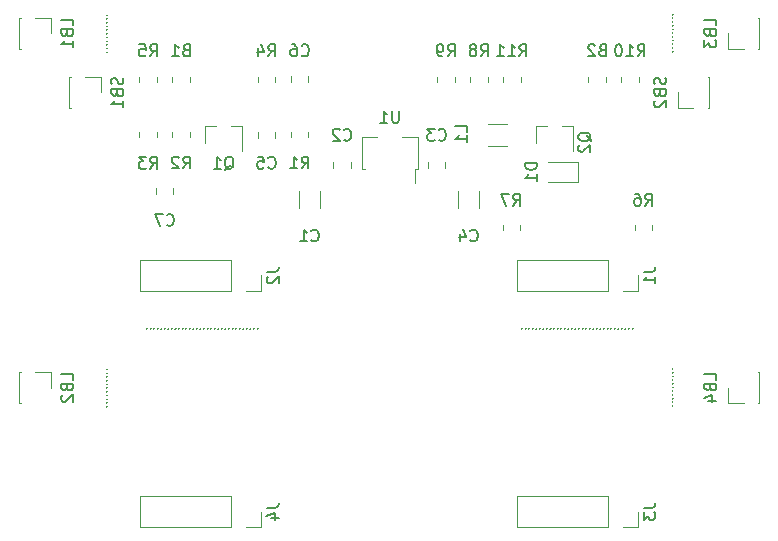
<source format=gbo>
G04 #@! TF.GenerationSoftware,KiCad,Pcbnew,(5.1.10)-1*
G04 #@! TF.CreationDate,2021-05-31T21:43:59-04:00*
G04 #@! TF.ProjectId,C64-Composite-Modulator,4336342d-436f-46d7-906f-736974652d4d,1*
G04 #@! TF.SameCoordinates,Original*
G04 #@! TF.FileFunction,Legend,Bot*
G04 #@! TF.FilePolarity,Positive*
%FSLAX46Y46*%
G04 Gerber Fmt 4.6, Leading zero omitted, Abs format (unit mm)*
G04 Created by KiCad (PCBNEW (5.1.10)-1) date 2021-05-31 21:43:59*
%MOMM*%
%LPD*%
G01*
G04 APERTURE LIST*
%ADD10C,0.152400*%
%ADD11C,0.120000*%
%ADD12C,0.150000*%
%ADD13R,1.700000X1.700000*%
%ADD14O,1.700000X1.700000*%
%ADD15C,3.616000*%
%ADD16C,2.550000*%
%ADD17C,1.200000*%
%ADD18O,1.308000X2.616000*%
%ADD19O,2.616000X1.308000*%
%ADD20R,1.000000X1.000000*%
%ADD21R,0.500000X0.500000*%
%ADD22R,0.800000X0.900000*%
%ADD23C,1.440000*%
%ADD24R,0.900000X1.300000*%
G04 APERTURE END LIST*
D10*
X116897000Y-90649378D02*
G75*
G03*
X116897000Y-90649378I-50000J0D01*
G01*
X116897000Y-89394614D02*
G75*
G03*
X116897000Y-89394614I-50000J0D01*
G01*
X116897000Y-90335687D02*
G75*
G03*
X116897000Y-90335687I-50000J0D01*
G01*
X116897000Y-90021996D02*
G75*
G03*
X116897000Y-90021996I-50000J0D01*
G01*
X116897000Y-88767232D02*
G75*
G03*
X116897000Y-88767232I-50000J0D01*
G01*
X116897000Y-91590451D02*
G75*
G03*
X116897000Y-91590451I-50000J0D01*
G01*
X116897000Y-89708305D02*
G75*
G03*
X116897000Y-89708305I-50000J0D01*
G01*
X116897000Y-91276760D02*
G75*
G03*
X116897000Y-91276760I-50000J0D01*
G01*
X116897000Y-89080923D02*
G75*
G03*
X116897000Y-89080923I-50000J0D01*
G01*
X116897000Y-90963069D02*
G75*
G03*
X116897000Y-90963069I-50000J0D01*
G01*
X116897000Y-88453541D02*
G75*
G03*
X116897000Y-88453541I-50000J0D01*
G01*
X164797000Y-88717232D02*
G75*
G03*
X164797000Y-88717232I-50000J0D01*
G01*
X164797000Y-89658305D02*
G75*
G03*
X164797000Y-89658305I-50000J0D01*
G01*
X164797000Y-89344614D02*
G75*
G03*
X164797000Y-89344614I-50000J0D01*
G01*
X164797000Y-90913069D02*
G75*
G03*
X164797000Y-90913069I-50000J0D01*
G01*
X164797000Y-90599378D02*
G75*
G03*
X164797000Y-90599378I-50000J0D01*
G01*
X164797000Y-91226760D02*
G75*
G03*
X164797000Y-91226760I-50000J0D01*
G01*
X164797000Y-90285687D02*
G75*
G03*
X164797000Y-90285687I-50000J0D01*
G01*
X164797000Y-89030923D02*
G75*
G03*
X164797000Y-89030923I-50000J0D01*
G01*
X164797000Y-91540451D02*
G75*
G03*
X164797000Y-91540451I-50000J0D01*
G01*
X164797000Y-89971996D02*
G75*
G03*
X164797000Y-89971996I-50000J0D01*
G01*
X164797000Y-88403541D02*
G75*
G03*
X164797000Y-88403541I-50000J0D01*
G01*
X127538550Y-114997000D02*
G75*
G03*
X127538550Y-114997000I-50000J0D01*
G01*
X128444394Y-114997000D02*
G75*
G03*
X128444394Y-114997000I-50000J0D01*
G01*
X128746342Y-114997000D02*
G75*
G03*
X128746342Y-114997000I-50000J0D01*
G01*
X124217122Y-114997000D02*
G75*
G03*
X124217122Y-114997000I-50000J0D01*
G01*
X120593746Y-114997000D02*
G75*
G03*
X120593746Y-114997000I-50000J0D01*
G01*
X123009330Y-114997000D02*
G75*
G03*
X123009330Y-114997000I-50000J0D01*
G01*
X125122966Y-114997000D02*
G75*
G03*
X125122966Y-114997000I-50000J0D01*
G01*
X122103486Y-114997000D02*
G75*
G03*
X122103486Y-114997000I-50000J0D01*
G01*
X120895694Y-114997000D02*
G75*
G03*
X120895694Y-114997000I-50000J0D01*
G01*
X127236602Y-114997000D02*
G75*
G03*
X127236602Y-114997000I-50000J0D01*
G01*
X126632706Y-114997000D02*
G75*
G03*
X126632706Y-114997000I-50000J0D01*
G01*
X129048290Y-114997000D02*
G75*
G03*
X129048290Y-114997000I-50000J0D01*
G01*
X126934654Y-114997000D02*
G75*
G03*
X126934654Y-114997000I-50000J0D01*
G01*
X127840498Y-114997000D02*
G75*
G03*
X127840498Y-114997000I-50000J0D01*
G01*
X123311278Y-114997000D02*
G75*
G03*
X123311278Y-114997000I-50000J0D01*
G01*
X123915174Y-114997000D02*
G75*
G03*
X123915174Y-114997000I-50000J0D01*
G01*
X129652186Y-114997000D02*
G75*
G03*
X129652186Y-114997000I-50000J0D01*
G01*
X121499590Y-114997000D02*
G75*
G03*
X121499590Y-114997000I-50000J0D01*
G01*
X122707382Y-114997000D02*
G75*
G03*
X122707382Y-114997000I-50000J0D01*
G01*
X126028810Y-114997000D02*
G75*
G03*
X126028810Y-114997000I-50000J0D01*
G01*
X124519070Y-114997000D02*
G75*
G03*
X124519070Y-114997000I-50000J0D01*
G01*
X123613226Y-114997000D02*
G75*
G03*
X123613226Y-114997000I-50000J0D01*
G01*
X128142446Y-114997000D02*
G75*
G03*
X128142446Y-114997000I-50000J0D01*
G01*
X125424914Y-114997000D02*
G75*
G03*
X125424914Y-114997000I-50000J0D01*
G01*
X122405434Y-114997000D02*
G75*
G03*
X122405434Y-114997000I-50000J0D01*
G01*
X121801538Y-114997000D02*
G75*
G03*
X121801538Y-114997000I-50000J0D01*
G01*
X129350238Y-114997000D02*
G75*
G03*
X129350238Y-114997000I-50000J0D01*
G01*
X121197642Y-114997000D02*
G75*
G03*
X121197642Y-114997000I-50000J0D01*
G01*
X120291798Y-114997000D02*
G75*
G03*
X120291798Y-114997000I-50000J0D01*
G01*
X125726862Y-114997000D02*
G75*
G03*
X125726862Y-114997000I-50000J0D01*
G01*
X126330758Y-114997000D02*
G75*
G03*
X126330758Y-114997000I-50000J0D01*
G01*
X124821018Y-114997000D02*
G75*
G03*
X124821018Y-114997000I-50000J0D01*
G01*
X161402186Y-114997000D02*
G75*
G03*
X161402186Y-114997000I-50000J0D01*
G01*
X158986602Y-114997000D02*
G75*
G03*
X158986602Y-114997000I-50000J0D01*
G01*
X155967122Y-114997000D02*
G75*
G03*
X155967122Y-114997000I-50000J0D01*
G01*
X161100238Y-114997000D02*
G75*
G03*
X161100238Y-114997000I-50000J0D01*
G01*
X157174914Y-114997000D02*
G75*
G03*
X157174914Y-114997000I-50000J0D01*
G01*
X156269070Y-114997000D02*
G75*
G03*
X156269070Y-114997000I-50000J0D01*
G01*
X155363226Y-114997000D02*
G75*
G03*
X155363226Y-114997000I-50000J0D01*
G01*
X159892446Y-114997000D02*
G75*
G03*
X159892446Y-114997000I-50000J0D01*
G01*
X160496342Y-114997000D02*
G75*
G03*
X160496342Y-114997000I-50000J0D01*
G01*
X159288550Y-114997000D02*
G75*
G03*
X159288550Y-114997000I-50000J0D01*
G01*
X116897000Y-120963069D02*
G75*
G03*
X116897000Y-120963069I-50000J0D01*
G01*
X164797000Y-120913069D02*
G75*
G03*
X164797000Y-120913069I-50000J0D01*
G01*
X116897000Y-118453541D02*
G75*
G03*
X116897000Y-118453541I-50000J0D01*
G01*
X164797000Y-119030923D02*
G75*
G03*
X164797000Y-119030923I-50000J0D01*
G01*
X164797000Y-119344614D02*
G75*
G03*
X164797000Y-119344614I-50000J0D01*
G01*
X164797000Y-119658305D02*
G75*
G03*
X164797000Y-119658305I-50000J0D01*
G01*
X116897000Y-120021996D02*
G75*
G03*
X116897000Y-120021996I-50000J0D01*
G01*
X116897000Y-118767232D02*
G75*
G03*
X116897000Y-118767232I-50000J0D01*
G01*
X164797000Y-120285687D02*
G75*
G03*
X164797000Y-120285687I-50000J0D01*
G01*
X164797000Y-121226760D02*
G75*
G03*
X164797000Y-121226760I-50000J0D01*
G01*
X164797000Y-120599378D02*
G75*
G03*
X164797000Y-120599378I-50000J0D01*
G01*
X116897000Y-119708305D02*
G75*
G03*
X116897000Y-119708305I-50000J0D01*
G01*
X164797000Y-121540451D02*
G75*
G03*
X164797000Y-121540451I-50000J0D01*
G01*
X164797000Y-118403541D02*
G75*
G03*
X164797000Y-118403541I-50000J0D01*
G01*
X116897000Y-119394614D02*
G75*
G03*
X116897000Y-119394614I-50000J0D01*
G01*
X164797000Y-119971996D02*
G75*
G03*
X164797000Y-119971996I-50000J0D01*
G01*
X164797000Y-118717232D02*
G75*
G03*
X164797000Y-118717232I-50000J0D01*
G01*
X116897000Y-120649378D02*
G75*
G03*
X116897000Y-120649378I-50000J0D01*
G01*
X116897000Y-120335687D02*
G75*
G03*
X116897000Y-120335687I-50000J0D01*
G01*
X116897000Y-121590451D02*
G75*
G03*
X116897000Y-121590451I-50000J0D01*
G01*
X116897000Y-119080923D02*
G75*
G03*
X116897000Y-119080923I-50000J0D01*
G01*
X116897000Y-121276760D02*
G75*
G03*
X116897000Y-121276760I-50000J0D01*
G01*
X157476862Y-114997000D02*
G75*
G03*
X157476862Y-114997000I-50000J0D01*
G01*
X160194394Y-114997000D02*
G75*
G03*
X160194394Y-114997000I-50000J0D01*
G01*
X156571018Y-114997000D02*
G75*
G03*
X156571018Y-114997000I-50000J0D01*
G01*
X152947642Y-114997000D02*
G75*
G03*
X152947642Y-114997000I-50000J0D01*
G01*
X154759330Y-114997000D02*
G75*
G03*
X154759330Y-114997000I-50000J0D01*
G01*
X158382706Y-114997000D02*
G75*
G03*
X158382706Y-114997000I-50000J0D01*
G01*
X153853486Y-114997000D02*
G75*
G03*
X153853486Y-114997000I-50000J0D01*
G01*
X155061278Y-114997000D02*
G75*
G03*
X155061278Y-114997000I-50000J0D01*
G01*
X160798290Y-114997000D02*
G75*
G03*
X160798290Y-114997000I-50000J0D01*
G01*
X153249590Y-114997000D02*
G75*
G03*
X153249590Y-114997000I-50000J0D01*
G01*
X157778810Y-114997000D02*
G75*
G03*
X157778810Y-114997000I-50000J0D01*
G01*
X152343746Y-114997000D02*
G75*
G03*
X152343746Y-114997000I-50000J0D01*
G01*
X153551538Y-114997000D02*
G75*
G03*
X153551538Y-114997000I-50000J0D01*
G01*
X152041798Y-114997000D02*
G75*
G03*
X152041798Y-114997000I-50000J0D01*
G01*
X155665174Y-114997000D02*
G75*
G03*
X155665174Y-114997000I-50000J0D01*
G01*
X158684654Y-114997000D02*
G75*
G03*
X158684654Y-114997000I-50000J0D01*
G01*
X159590498Y-114997000D02*
G75*
G03*
X159590498Y-114997000I-50000J0D01*
G01*
X158080758Y-114997000D02*
G75*
G03*
X158080758Y-114997000I-50000J0D01*
G01*
X154155434Y-114997000D02*
G75*
G03*
X154155434Y-114997000I-50000J0D01*
G01*
X154457382Y-114997000D02*
G75*
G03*
X154457382Y-114997000I-50000J0D01*
G01*
X156872966Y-114997000D02*
G75*
G03*
X156872966Y-114997000I-50000J0D01*
G01*
X152645694Y-114997000D02*
G75*
G03*
X152645694Y-114997000I-50000J0D01*
G01*
D11*
X165217000Y-94997000D02*
X165217000Y-96327000D01*
X165217000Y-96327000D02*
X166547000Y-96327000D01*
X167757000Y-96327000D02*
X167877000Y-96327000D01*
X167757000Y-93667000D02*
X167877000Y-93667000D01*
X167877000Y-93667000D02*
X167877000Y-96327000D01*
X116377000Y-94997000D02*
X116377000Y-93667000D01*
X116377000Y-93667000D02*
X115047000Y-93667000D01*
X113837000Y-93667000D02*
X113717000Y-93667000D01*
X113837000Y-96327000D02*
X113717000Y-96327000D01*
X113717000Y-96327000D02*
X113717000Y-93667000D01*
X169467000Y-119997000D02*
X169467000Y-121327000D01*
X169467000Y-121327000D02*
X170797000Y-121327000D01*
X172007000Y-121327000D02*
X172127000Y-121327000D01*
X172007000Y-118667000D02*
X172127000Y-118667000D01*
X172127000Y-118667000D02*
X172127000Y-121327000D01*
X169467000Y-89997000D02*
X169467000Y-91327000D01*
X169467000Y-91327000D02*
X170797000Y-91327000D01*
X172007000Y-91327000D02*
X172127000Y-91327000D01*
X172007000Y-88667000D02*
X172127000Y-88667000D01*
X172127000Y-88667000D02*
X172127000Y-91327000D01*
X112127000Y-119997000D02*
X112127000Y-118667000D01*
X112127000Y-118667000D02*
X110797000Y-118667000D01*
X109587000Y-118667000D02*
X109467000Y-118667000D01*
X109587000Y-121327000D02*
X109467000Y-121327000D01*
X109467000Y-121327000D02*
X109467000Y-118667000D01*
X129977000Y-131827000D02*
X129977000Y-130497000D01*
X128647000Y-131827000D02*
X129977000Y-131827000D01*
X127377000Y-131827000D02*
X127377000Y-129167000D01*
X127377000Y-129167000D02*
X119697000Y-129167000D01*
X127377000Y-131827000D02*
X119697000Y-131827000D01*
X119697000Y-131827000D02*
X119697000Y-129167000D01*
X129977000Y-111827000D02*
X129977000Y-110497000D01*
X128647000Y-111827000D02*
X129977000Y-111827000D01*
X127377000Y-111827000D02*
X127377000Y-109167000D01*
X127377000Y-109167000D02*
X119697000Y-109167000D01*
X127377000Y-111827000D02*
X119697000Y-111827000D01*
X119697000Y-111827000D02*
X119697000Y-109167000D01*
X161877000Y-111827000D02*
X161877000Y-110497000D01*
X160547000Y-111827000D02*
X161877000Y-111827000D01*
X159277000Y-111827000D02*
X159277000Y-109167000D01*
X159277000Y-109167000D02*
X151597000Y-109167000D01*
X159277000Y-111827000D02*
X151597000Y-111827000D01*
X151597000Y-111827000D02*
X151597000Y-109167000D01*
X112127000Y-89997000D02*
X112127000Y-88667000D01*
X112127000Y-88667000D02*
X110797000Y-88667000D01*
X109587000Y-88667000D02*
X109467000Y-88667000D01*
X109587000Y-91327000D02*
X109467000Y-91327000D01*
X109467000Y-91327000D02*
X109467000Y-88667000D01*
X161877000Y-131827000D02*
X161877000Y-130497000D01*
X160547000Y-131827000D02*
X161877000Y-131827000D01*
X159277000Y-131827000D02*
X159277000Y-129167000D01*
X159277000Y-129167000D02*
X151597000Y-129167000D01*
X159277000Y-131827000D02*
X151597000Y-131827000D01*
X151597000Y-131827000D02*
X151597000Y-129167000D01*
X157655000Y-93667936D02*
X157655000Y-94122064D01*
X159125000Y-93667936D02*
X159125000Y-94122064D01*
X122439000Y-93677936D02*
X122439000Y-94132064D01*
X123909000Y-93677936D02*
X123909000Y-94132064D01*
X121042500Y-103098748D02*
X121042500Y-103621252D01*
X122512500Y-103098748D02*
X122512500Y-103621252D01*
X131125000Y-93687936D02*
X131125000Y-94142064D01*
X129655000Y-93687936D02*
X129655000Y-94142064D01*
X150791242Y-99495000D02*
X149120758Y-99495000D01*
X150791242Y-97675000D02*
X149120758Y-97675000D01*
X161918000Y-93667936D02*
X161918000Y-94122064D01*
X160448000Y-93667936D02*
X160448000Y-94122064D01*
X148410000Y-103329748D02*
X148410000Y-104752252D01*
X146590000Y-103329748D02*
X146590000Y-104752252D01*
X144062000Y-101395252D02*
X144062000Y-100872748D01*
X145532000Y-101395252D02*
X145532000Y-100872748D01*
X161575000Y-106655564D02*
X161575000Y-106201436D01*
X163045000Y-106655564D02*
X163045000Y-106201436D01*
X122439000Y-98812064D02*
X122439000Y-98357936D01*
X123909000Y-98812064D02*
X123909000Y-98357936D01*
X121116000Y-98357936D02*
X121116000Y-98812064D01*
X119646000Y-98357936D02*
X119646000Y-98812064D01*
X149116000Y-93667936D02*
X149116000Y-94122064D01*
X147646000Y-93667936D02*
X147646000Y-94122064D01*
X156789500Y-100870000D02*
X154239500Y-100870000D01*
X156789500Y-102570000D02*
X154239500Y-102570000D01*
X156789500Y-100870000D02*
X156789500Y-102570000D01*
X134948000Y-103329748D02*
X134948000Y-104752252D01*
X133128000Y-103329748D02*
X133128000Y-104752252D01*
X136062000Y-101395252D02*
X136062000Y-100872748D01*
X137532000Y-101395252D02*
X137532000Y-100872748D01*
X153217000Y-97825000D02*
X153217000Y-99285000D01*
X156377000Y-97825000D02*
X156377000Y-99985000D01*
X156377000Y-97825000D02*
X155447000Y-97825000D01*
X153217000Y-97825000D02*
X154147000Y-97825000D01*
X125187000Y-97825000D02*
X125187000Y-99285000D01*
X128347000Y-97825000D02*
X128347000Y-99985000D01*
X128347000Y-97825000D02*
X127417000Y-97825000D01*
X125187000Y-97825000D02*
X126117000Y-97825000D01*
X129655000Y-98846252D02*
X129655000Y-98323748D01*
X131125000Y-98846252D02*
X131125000Y-98323748D01*
X138487000Y-101494000D02*
X138717000Y-101494000D01*
X143207000Y-101494000D02*
X142977000Y-101494000D01*
X143207000Y-101494000D02*
X143207000Y-98774000D01*
X143207000Y-98774000D02*
X141897000Y-98774000D01*
X142977000Y-102634000D02*
X142977000Y-101494000D01*
X138487000Y-98774000D02*
X138487000Y-101494000D01*
X139797000Y-98774000D02*
X138487000Y-98774000D01*
X150439000Y-94122064D02*
X150439000Y-93667936D01*
X151909000Y-94122064D02*
X151909000Y-93667936D01*
X119646000Y-94142064D02*
X119646000Y-93687936D01*
X121116000Y-94142064D02*
X121116000Y-93687936D01*
X132478000Y-94156252D02*
X132478000Y-93633748D01*
X133948000Y-94156252D02*
X133948000Y-93633748D01*
X132478000Y-98812064D02*
X132478000Y-98357936D01*
X133948000Y-98812064D02*
X133948000Y-98357936D01*
X150384500Y-106655564D02*
X150384500Y-106201436D01*
X151854500Y-106655564D02*
X151854500Y-106201436D01*
X144852000Y-94122064D02*
X144852000Y-93667936D01*
X146322000Y-94122064D02*
X146322000Y-93667936D01*
D12*
X164181761Y-93735095D02*
X164229380Y-93877952D01*
X164229380Y-94116047D01*
X164181761Y-94211285D01*
X164134142Y-94258904D01*
X164038904Y-94306523D01*
X163943666Y-94306523D01*
X163848428Y-94258904D01*
X163800809Y-94211285D01*
X163753190Y-94116047D01*
X163705571Y-93925571D01*
X163657952Y-93830333D01*
X163610333Y-93782714D01*
X163515095Y-93735095D01*
X163419857Y-93735095D01*
X163324619Y-93782714D01*
X163277000Y-93830333D01*
X163229380Y-93925571D01*
X163229380Y-94163666D01*
X163277000Y-94306523D01*
X163705571Y-95068428D02*
X163753190Y-95211285D01*
X163800809Y-95258904D01*
X163896047Y-95306523D01*
X164038904Y-95306523D01*
X164134142Y-95258904D01*
X164181761Y-95211285D01*
X164229380Y-95116047D01*
X164229380Y-94735095D01*
X163229380Y-94735095D01*
X163229380Y-95068428D01*
X163277000Y-95163666D01*
X163324619Y-95211285D01*
X163419857Y-95258904D01*
X163515095Y-95258904D01*
X163610333Y-95211285D01*
X163657952Y-95163666D01*
X163705571Y-95068428D01*
X163705571Y-94735095D01*
X163324619Y-95687476D02*
X163277000Y-95735095D01*
X163229380Y-95830333D01*
X163229380Y-96068428D01*
X163277000Y-96163666D01*
X163324619Y-96211285D01*
X163419857Y-96258904D01*
X163515095Y-96258904D01*
X163657952Y-96211285D01*
X164229380Y-95639857D01*
X164229380Y-96258904D01*
X118221761Y-93735095D02*
X118269380Y-93877952D01*
X118269380Y-94116047D01*
X118221761Y-94211285D01*
X118174142Y-94258904D01*
X118078904Y-94306523D01*
X117983666Y-94306523D01*
X117888428Y-94258904D01*
X117840809Y-94211285D01*
X117793190Y-94116047D01*
X117745571Y-93925571D01*
X117697952Y-93830333D01*
X117650333Y-93782714D01*
X117555095Y-93735095D01*
X117459857Y-93735095D01*
X117364619Y-93782714D01*
X117317000Y-93830333D01*
X117269380Y-93925571D01*
X117269380Y-94163666D01*
X117317000Y-94306523D01*
X117745571Y-95068428D02*
X117793190Y-95211285D01*
X117840809Y-95258904D01*
X117936047Y-95306523D01*
X118078904Y-95306523D01*
X118174142Y-95258904D01*
X118221761Y-95211285D01*
X118269380Y-95116047D01*
X118269380Y-94735095D01*
X117269380Y-94735095D01*
X117269380Y-95068428D01*
X117317000Y-95163666D01*
X117364619Y-95211285D01*
X117459857Y-95258904D01*
X117555095Y-95258904D01*
X117650333Y-95211285D01*
X117697952Y-95163666D01*
X117745571Y-95068428D01*
X117745571Y-94735095D01*
X118269380Y-96258904D02*
X118269380Y-95687476D01*
X118269380Y-95973190D02*
X117269380Y-95973190D01*
X117412238Y-95877952D01*
X117507476Y-95782714D01*
X117555095Y-95687476D01*
X168479380Y-119330333D02*
X168479380Y-118854142D01*
X167479380Y-118854142D01*
X167955571Y-119997000D02*
X168003190Y-120139857D01*
X168050809Y-120187476D01*
X168146047Y-120235095D01*
X168288904Y-120235095D01*
X168384142Y-120187476D01*
X168431761Y-120139857D01*
X168479380Y-120044619D01*
X168479380Y-119663666D01*
X167479380Y-119663666D01*
X167479380Y-119997000D01*
X167527000Y-120092238D01*
X167574619Y-120139857D01*
X167669857Y-120187476D01*
X167765095Y-120187476D01*
X167860333Y-120139857D01*
X167907952Y-120092238D01*
X167955571Y-119997000D01*
X167955571Y-119663666D01*
X167812714Y-121092238D02*
X168479380Y-121092238D01*
X167431761Y-120854142D02*
X168146047Y-120616047D01*
X168146047Y-121235095D01*
X168479380Y-89330333D02*
X168479380Y-88854142D01*
X167479380Y-88854142D01*
X167955571Y-89997000D02*
X168003190Y-90139857D01*
X168050809Y-90187476D01*
X168146047Y-90235095D01*
X168288904Y-90235095D01*
X168384142Y-90187476D01*
X168431761Y-90139857D01*
X168479380Y-90044619D01*
X168479380Y-89663666D01*
X167479380Y-89663666D01*
X167479380Y-89997000D01*
X167527000Y-90092238D01*
X167574619Y-90139857D01*
X167669857Y-90187476D01*
X167765095Y-90187476D01*
X167860333Y-90139857D01*
X167907952Y-90092238D01*
X167955571Y-89997000D01*
X167955571Y-89663666D01*
X167479380Y-90568428D02*
X167479380Y-91187476D01*
X167860333Y-90854142D01*
X167860333Y-90997000D01*
X167907952Y-91092238D01*
X167955571Y-91139857D01*
X168050809Y-91187476D01*
X168288904Y-91187476D01*
X168384142Y-91139857D01*
X168431761Y-91092238D01*
X168479380Y-90997000D01*
X168479380Y-90711285D01*
X168431761Y-90616047D01*
X168384142Y-90568428D01*
X114019380Y-119330333D02*
X114019380Y-118854142D01*
X113019380Y-118854142D01*
X113495571Y-119997000D02*
X113543190Y-120139857D01*
X113590809Y-120187476D01*
X113686047Y-120235095D01*
X113828904Y-120235095D01*
X113924142Y-120187476D01*
X113971761Y-120139857D01*
X114019380Y-120044619D01*
X114019380Y-119663666D01*
X113019380Y-119663666D01*
X113019380Y-119997000D01*
X113067000Y-120092238D01*
X113114619Y-120139857D01*
X113209857Y-120187476D01*
X113305095Y-120187476D01*
X113400333Y-120139857D01*
X113447952Y-120092238D01*
X113495571Y-119997000D01*
X113495571Y-119663666D01*
X113114619Y-120616047D02*
X113067000Y-120663666D01*
X113019380Y-120758904D01*
X113019380Y-120997000D01*
X113067000Y-121092238D01*
X113114619Y-121139857D01*
X113209857Y-121187476D01*
X113305095Y-121187476D01*
X113447952Y-121139857D01*
X114019380Y-120568428D01*
X114019380Y-121187476D01*
X130429380Y-130163666D02*
X131143666Y-130163666D01*
X131286523Y-130116047D01*
X131381761Y-130020809D01*
X131429380Y-129877952D01*
X131429380Y-129782714D01*
X130762714Y-131068428D02*
X131429380Y-131068428D01*
X130381761Y-130830333D02*
X131096047Y-130592238D01*
X131096047Y-131211285D01*
X130429380Y-110163666D02*
X131143666Y-110163666D01*
X131286523Y-110116047D01*
X131381761Y-110020809D01*
X131429380Y-109877952D01*
X131429380Y-109782714D01*
X130524619Y-110592238D02*
X130477000Y-110639857D01*
X130429380Y-110735095D01*
X130429380Y-110973190D01*
X130477000Y-111068428D01*
X130524619Y-111116047D01*
X130619857Y-111163666D01*
X130715095Y-111163666D01*
X130857952Y-111116047D01*
X131429380Y-110544619D01*
X131429380Y-111163666D01*
X162329380Y-110163666D02*
X163043666Y-110163666D01*
X163186523Y-110116047D01*
X163281761Y-110020809D01*
X163329380Y-109877952D01*
X163329380Y-109782714D01*
X163329380Y-111163666D02*
X163329380Y-110592238D01*
X163329380Y-110877952D02*
X162329380Y-110877952D01*
X162472238Y-110782714D01*
X162567476Y-110687476D01*
X162615095Y-110592238D01*
X114019380Y-89330333D02*
X114019380Y-88854142D01*
X113019380Y-88854142D01*
X113495571Y-89997000D02*
X113543190Y-90139857D01*
X113590809Y-90187476D01*
X113686047Y-90235095D01*
X113828904Y-90235095D01*
X113924142Y-90187476D01*
X113971761Y-90139857D01*
X114019380Y-90044619D01*
X114019380Y-89663666D01*
X113019380Y-89663666D01*
X113019380Y-89997000D01*
X113067000Y-90092238D01*
X113114619Y-90139857D01*
X113209857Y-90187476D01*
X113305095Y-90187476D01*
X113400333Y-90139857D01*
X113447952Y-90092238D01*
X113495571Y-89997000D01*
X113495571Y-89663666D01*
X114019380Y-91187476D02*
X114019380Y-90616047D01*
X114019380Y-90901761D02*
X113019380Y-90901761D01*
X113162238Y-90806523D01*
X113257476Y-90711285D01*
X113305095Y-90616047D01*
X162329380Y-130163666D02*
X163043666Y-130163666D01*
X163186523Y-130116047D01*
X163281761Y-130020809D01*
X163329380Y-129877952D01*
X163329380Y-129782714D01*
X162329380Y-130544619D02*
X162329380Y-131163666D01*
X162710333Y-130830333D01*
X162710333Y-130973190D01*
X162757952Y-131068428D01*
X162805571Y-131116047D01*
X162900809Y-131163666D01*
X163138904Y-131163666D01*
X163234142Y-131116047D01*
X163281761Y-131068428D01*
X163329380Y-130973190D01*
X163329380Y-130687476D01*
X163281761Y-130592238D01*
X163234142Y-130544619D01*
X158826761Y-91409571D02*
X158683904Y-91457190D01*
X158636285Y-91504809D01*
X158588666Y-91600047D01*
X158588666Y-91742904D01*
X158636285Y-91838142D01*
X158683904Y-91885761D01*
X158779142Y-91933380D01*
X159160095Y-91933380D01*
X159160095Y-90933380D01*
X158826761Y-90933380D01*
X158731523Y-90981000D01*
X158683904Y-91028619D01*
X158636285Y-91123857D01*
X158636285Y-91219095D01*
X158683904Y-91314333D01*
X158731523Y-91361952D01*
X158826761Y-91409571D01*
X159160095Y-91409571D01*
X158207714Y-91028619D02*
X158160095Y-90981000D01*
X158064857Y-90933380D01*
X157826761Y-90933380D01*
X157731523Y-90981000D01*
X157683904Y-91028619D01*
X157636285Y-91123857D01*
X157636285Y-91219095D01*
X157683904Y-91361952D01*
X158255333Y-91933380D01*
X157636285Y-91933380D01*
X123584261Y-91409571D02*
X123441404Y-91457190D01*
X123393785Y-91504809D01*
X123346166Y-91600047D01*
X123346166Y-91742904D01*
X123393785Y-91838142D01*
X123441404Y-91885761D01*
X123536642Y-91933380D01*
X123917595Y-91933380D01*
X123917595Y-90933380D01*
X123584261Y-90933380D01*
X123489023Y-90981000D01*
X123441404Y-91028619D01*
X123393785Y-91123857D01*
X123393785Y-91219095D01*
X123441404Y-91314333D01*
X123489023Y-91361952D01*
X123584261Y-91409571D01*
X123917595Y-91409571D01*
X122393785Y-91933380D02*
X122965214Y-91933380D01*
X122679500Y-91933380D02*
X122679500Y-90933380D01*
X122774738Y-91076238D01*
X122869976Y-91171476D01*
X122965214Y-91219095D01*
X121944166Y-106193642D02*
X121991785Y-106241261D01*
X122134642Y-106288880D01*
X122229880Y-106288880D01*
X122372738Y-106241261D01*
X122467976Y-106146023D01*
X122515595Y-106050785D01*
X122563214Y-105860309D01*
X122563214Y-105717452D01*
X122515595Y-105526976D01*
X122467976Y-105431738D01*
X122372738Y-105336500D01*
X122229880Y-105288880D01*
X122134642Y-105288880D01*
X121991785Y-105336500D01*
X121944166Y-105384119D01*
X121610833Y-105288880D02*
X120944166Y-105288880D01*
X121372738Y-106288880D01*
X130556666Y-91933380D02*
X130890000Y-91457190D01*
X131128095Y-91933380D02*
X131128095Y-90933380D01*
X130747142Y-90933380D01*
X130651904Y-90981000D01*
X130604285Y-91028619D01*
X130556666Y-91123857D01*
X130556666Y-91266714D01*
X130604285Y-91361952D01*
X130651904Y-91409571D01*
X130747142Y-91457190D01*
X131128095Y-91457190D01*
X129699523Y-91266714D02*
X129699523Y-91933380D01*
X129937619Y-90885761D02*
X130175714Y-91600047D01*
X129556666Y-91600047D01*
X147395380Y-98350833D02*
X147395380Y-97874642D01*
X146395380Y-97874642D01*
X147395380Y-99207976D02*
X147395380Y-98636547D01*
X147395380Y-98922261D02*
X146395380Y-98922261D01*
X146538238Y-98827023D01*
X146633476Y-98731785D01*
X146681095Y-98636547D01*
X161825857Y-91933380D02*
X162159190Y-91457190D01*
X162397285Y-91933380D02*
X162397285Y-90933380D01*
X162016333Y-90933380D01*
X161921095Y-90981000D01*
X161873476Y-91028619D01*
X161825857Y-91123857D01*
X161825857Y-91266714D01*
X161873476Y-91361952D01*
X161921095Y-91409571D01*
X162016333Y-91457190D01*
X162397285Y-91457190D01*
X160873476Y-91933380D02*
X161444904Y-91933380D01*
X161159190Y-91933380D02*
X161159190Y-90933380D01*
X161254428Y-91076238D01*
X161349666Y-91171476D01*
X161444904Y-91219095D01*
X160254428Y-90933380D02*
X160159190Y-90933380D01*
X160063952Y-90981000D01*
X160016333Y-91028619D01*
X159968714Y-91123857D01*
X159921095Y-91314333D01*
X159921095Y-91552428D01*
X159968714Y-91742904D01*
X160016333Y-91838142D01*
X160063952Y-91885761D01*
X160159190Y-91933380D01*
X160254428Y-91933380D01*
X160349666Y-91885761D01*
X160397285Y-91838142D01*
X160444904Y-91742904D01*
X160492523Y-91552428D01*
X160492523Y-91314333D01*
X160444904Y-91123857D01*
X160397285Y-91028619D01*
X160349666Y-90981000D01*
X160254428Y-90933380D01*
X147666666Y-107519142D02*
X147714285Y-107566761D01*
X147857142Y-107614380D01*
X147952380Y-107614380D01*
X148095238Y-107566761D01*
X148190476Y-107471523D01*
X148238095Y-107376285D01*
X148285714Y-107185809D01*
X148285714Y-107042952D01*
X148238095Y-106852476D01*
X148190476Y-106757238D01*
X148095238Y-106662000D01*
X147952380Y-106614380D01*
X147857142Y-106614380D01*
X147714285Y-106662000D01*
X147666666Y-106709619D01*
X146809523Y-106947714D02*
X146809523Y-107614380D01*
X147047619Y-106566761D02*
X147285714Y-107281047D01*
X146666666Y-107281047D01*
X144963666Y-98988142D02*
X145011285Y-99035761D01*
X145154142Y-99083380D01*
X145249380Y-99083380D01*
X145392238Y-99035761D01*
X145487476Y-98940523D01*
X145535095Y-98845285D01*
X145582714Y-98654809D01*
X145582714Y-98511952D01*
X145535095Y-98321476D01*
X145487476Y-98226238D01*
X145392238Y-98131000D01*
X145249380Y-98083380D01*
X145154142Y-98083380D01*
X145011285Y-98131000D01*
X144963666Y-98178619D01*
X144630333Y-98083380D02*
X144011285Y-98083380D01*
X144344619Y-98464333D01*
X144201761Y-98464333D01*
X144106523Y-98511952D01*
X144058904Y-98559571D01*
X144011285Y-98654809D01*
X144011285Y-98892904D01*
X144058904Y-98988142D01*
X144106523Y-99035761D01*
X144201761Y-99083380D01*
X144487476Y-99083380D01*
X144582714Y-99035761D01*
X144630333Y-98988142D01*
X162476666Y-104585380D02*
X162810000Y-104109190D01*
X163048095Y-104585380D02*
X163048095Y-103585380D01*
X162667142Y-103585380D01*
X162571904Y-103633000D01*
X162524285Y-103680619D01*
X162476666Y-103775857D01*
X162476666Y-103918714D01*
X162524285Y-104013952D01*
X162571904Y-104061571D01*
X162667142Y-104109190D01*
X163048095Y-104109190D01*
X161619523Y-103585380D02*
X161810000Y-103585380D01*
X161905238Y-103633000D01*
X161952857Y-103680619D01*
X162048095Y-103823476D01*
X162095714Y-104013952D01*
X162095714Y-104394904D01*
X162048095Y-104490142D01*
X162000476Y-104537761D01*
X161905238Y-104585380D01*
X161714761Y-104585380D01*
X161619523Y-104537761D01*
X161571904Y-104490142D01*
X161524285Y-104394904D01*
X161524285Y-104156809D01*
X161571904Y-104061571D01*
X161619523Y-104013952D01*
X161714761Y-103966333D01*
X161905238Y-103966333D01*
X162000476Y-104013952D01*
X162048095Y-104061571D01*
X162095714Y-104156809D01*
X123340666Y-101427840D02*
X123674000Y-100951650D01*
X123912095Y-101427840D02*
X123912095Y-100427840D01*
X123531142Y-100427840D01*
X123435904Y-100475460D01*
X123388285Y-100523079D01*
X123340666Y-100618317D01*
X123340666Y-100761174D01*
X123388285Y-100856412D01*
X123435904Y-100904031D01*
X123531142Y-100951650D01*
X123912095Y-100951650D01*
X122959714Y-100523079D02*
X122912095Y-100475460D01*
X122816857Y-100427840D01*
X122578761Y-100427840D01*
X122483523Y-100475460D01*
X122435904Y-100523079D01*
X122388285Y-100618317D01*
X122388285Y-100713555D01*
X122435904Y-100856412D01*
X123007333Y-101427840D01*
X122388285Y-101427840D01*
X120547666Y-101452920D02*
X120881000Y-100976730D01*
X121119095Y-101452920D02*
X121119095Y-100452920D01*
X120738142Y-100452920D01*
X120642904Y-100500540D01*
X120595285Y-100548159D01*
X120547666Y-100643397D01*
X120547666Y-100786254D01*
X120595285Y-100881492D01*
X120642904Y-100929111D01*
X120738142Y-100976730D01*
X121119095Y-100976730D01*
X120214333Y-100452920D02*
X119595285Y-100452920D01*
X119928619Y-100833873D01*
X119785761Y-100833873D01*
X119690523Y-100881492D01*
X119642904Y-100929111D01*
X119595285Y-101024349D01*
X119595285Y-101262444D01*
X119642904Y-101357682D01*
X119690523Y-101405301D01*
X119785761Y-101452920D01*
X120071476Y-101452920D01*
X120166714Y-101405301D01*
X120214333Y-101357682D01*
X148547666Y-91933380D02*
X148881000Y-91457190D01*
X149119095Y-91933380D02*
X149119095Y-90933380D01*
X148738142Y-90933380D01*
X148642904Y-90981000D01*
X148595285Y-91028619D01*
X148547666Y-91123857D01*
X148547666Y-91266714D01*
X148595285Y-91361952D01*
X148642904Y-91409571D01*
X148738142Y-91457190D01*
X149119095Y-91457190D01*
X147976238Y-91361952D02*
X148071476Y-91314333D01*
X148119095Y-91266714D01*
X148166714Y-91171476D01*
X148166714Y-91123857D01*
X148119095Y-91028619D01*
X148071476Y-90981000D01*
X147976238Y-90933380D01*
X147785761Y-90933380D01*
X147690523Y-90981000D01*
X147642904Y-91028619D01*
X147595285Y-91123857D01*
X147595285Y-91171476D01*
X147642904Y-91266714D01*
X147690523Y-91314333D01*
X147785761Y-91361952D01*
X147976238Y-91361952D01*
X148071476Y-91409571D01*
X148119095Y-91457190D01*
X148166714Y-91552428D01*
X148166714Y-91742904D01*
X148119095Y-91838142D01*
X148071476Y-91885761D01*
X147976238Y-91933380D01*
X147785761Y-91933380D01*
X147690523Y-91885761D01*
X147642904Y-91838142D01*
X147595285Y-91742904D01*
X147595285Y-91552428D01*
X147642904Y-91457190D01*
X147690523Y-91409571D01*
X147785761Y-91361952D01*
X153281880Y-100981905D02*
X152281880Y-100981905D01*
X152281880Y-101220001D01*
X152329500Y-101362858D01*
X152424738Y-101458096D01*
X152519976Y-101505715D01*
X152710452Y-101553334D01*
X152853309Y-101553334D01*
X153043785Y-101505715D01*
X153139023Y-101458096D01*
X153234261Y-101362858D01*
X153281880Y-101220001D01*
X153281880Y-100981905D01*
X153281880Y-102505715D02*
X153281880Y-101934286D01*
X153281880Y-102220001D02*
X152281880Y-102220001D01*
X152424738Y-102124762D01*
X152519976Y-102029524D01*
X152567595Y-101934286D01*
X134204667Y-107519142D02*
X134252286Y-107566761D01*
X134395143Y-107614380D01*
X134490381Y-107614380D01*
X134633239Y-107566761D01*
X134728477Y-107471523D01*
X134776096Y-107376285D01*
X134823715Y-107185809D01*
X134823715Y-107042952D01*
X134776096Y-106852476D01*
X134728477Y-106757238D01*
X134633239Y-106662000D01*
X134490381Y-106614380D01*
X134395143Y-106614380D01*
X134252286Y-106662000D01*
X134204667Y-106709619D01*
X133252286Y-107614380D02*
X133823715Y-107614380D01*
X133538001Y-107614380D02*
X133538001Y-106614380D01*
X133633239Y-106757238D01*
X133728477Y-106852476D01*
X133823715Y-106900095D01*
X136963666Y-98988142D02*
X137011285Y-99035761D01*
X137154142Y-99083380D01*
X137249380Y-99083380D01*
X137392238Y-99035761D01*
X137487476Y-98940523D01*
X137535095Y-98845285D01*
X137582714Y-98654809D01*
X137582714Y-98511952D01*
X137535095Y-98321476D01*
X137487476Y-98226238D01*
X137392238Y-98131000D01*
X137249380Y-98083380D01*
X137154142Y-98083380D01*
X137011285Y-98131000D01*
X136963666Y-98178619D01*
X136582714Y-98178619D02*
X136535095Y-98131000D01*
X136439857Y-98083380D01*
X136201761Y-98083380D01*
X136106523Y-98131000D01*
X136058904Y-98178619D01*
X136011285Y-98273857D01*
X136011285Y-98369095D01*
X136058904Y-98511952D01*
X136630333Y-99083380D01*
X136011285Y-99083380D01*
X157904619Y-99139762D02*
X157857000Y-99044524D01*
X157761761Y-98949286D01*
X157618904Y-98806429D01*
X157571285Y-98711191D01*
X157571285Y-98615953D01*
X157809380Y-98663572D02*
X157761761Y-98568334D01*
X157666523Y-98473096D01*
X157476047Y-98425477D01*
X157142714Y-98425477D01*
X156952238Y-98473096D01*
X156857000Y-98568334D01*
X156809380Y-98663572D01*
X156809380Y-98854048D01*
X156857000Y-98949286D01*
X156952238Y-99044524D01*
X157142714Y-99092143D01*
X157476047Y-99092143D01*
X157666523Y-99044524D01*
X157761761Y-98949286D01*
X157809380Y-98854048D01*
X157809380Y-98663572D01*
X156904619Y-99473096D02*
X156857000Y-99520715D01*
X156809380Y-99615953D01*
X156809380Y-99854048D01*
X156857000Y-99949286D01*
X156904619Y-99996905D01*
X156999857Y-100044524D01*
X157095095Y-100044524D01*
X157237952Y-99996905D01*
X157809380Y-99425477D01*
X157809380Y-100044524D01*
X126862238Y-101543079D02*
X126957476Y-101495460D01*
X127052714Y-101400221D01*
X127195571Y-101257364D01*
X127290809Y-101209745D01*
X127386047Y-101209745D01*
X127338428Y-101447840D02*
X127433666Y-101400221D01*
X127528904Y-101304983D01*
X127576523Y-101114507D01*
X127576523Y-100781174D01*
X127528904Y-100590698D01*
X127433666Y-100495460D01*
X127338428Y-100447840D01*
X127147952Y-100447840D01*
X127052714Y-100495460D01*
X126957476Y-100590698D01*
X126909857Y-100781174D01*
X126909857Y-101114507D01*
X126957476Y-101304983D01*
X127052714Y-101400221D01*
X127147952Y-101447840D01*
X127338428Y-101447840D01*
X125957476Y-101447840D02*
X126528904Y-101447840D01*
X126243190Y-101447840D02*
X126243190Y-100447840D01*
X126338428Y-100590698D01*
X126433666Y-100685936D01*
X126528904Y-100733555D01*
X130556666Y-101352602D02*
X130604285Y-101400221D01*
X130747142Y-101447840D01*
X130842380Y-101447840D01*
X130985238Y-101400221D01*
X131080476Y-101304983D01*
X131128095Y-101209745D01*
X131175714Y-101019269D01*
X131175714Y-100876412D01*
X131128095Y-100685936D01*
X131080476Y-100590698D01*
X130985238Y-100495460D01*
X130842380Y-100447840D01*
X130747142Y-100447840D01*
X130604285Y-100495460D01*
X130556666Y-100543079D01*
X129651904Y-100447840D02*
X130128095Y-100447840D01*
X130175714Y-100924031D01*
X130128095Y-100876412D01*
X130032857Y-100828793D01*
X129794761Y-100828793D01*
X129699523Y-100876412D01*
X129651904Y-100924031D01*
X129604285Y-101019269D01*
X129604285Y-101257364D01*
X129651904Y-101352602D01*
X129699523Y-101400221D01*
X129794761Y-101447840D01*
X130032857Y-101447840D01*
X130128095Y-101400221D01*
X130175714Y-101352602D01*
X141608904Y-96559380D02*
X141608904Y-97368904D01*
X141561285Y-97464142D01*
X141513666Y-97511761D01*
X141418428Y-97559380D01*
X141227952Y-97559380D01*
X141132714Y-97511761D01*
X141085095Y-97464142D01*
X141037476Y-97368904D01*
X141037476Y-96559380D01*
X140037476Y-97559380D02*
X140608904Y-97559380D01*
X140323190Y-97559380D02*
X140323190Y-96559380D01*
X140418428Y-96702238D01*
X140513666Y-96797476D01*
X140608904Y-96845095D01*
X151816857Y-91933380D02*
X152150190Y-91457190D01*
X152388285Y-91933380D02*
X152388285Y-90933380D01*
X152007333Y-90933380D01*
X151912095Y-90981000D01*
X151864476Y-91028619D01*
X151816857Y-91123857D01*
X151816857Y-91266714D01*
X151864476Y-91361952D01*
X151912095Y-91409571D01*
X152007333Y-91457190D01*
X152388285Y-91457190D01*
X150864476Y-91933380D02*
X151435904Y-91933380D01*
X151150190Y-91933380D02*
X151150190Y-90933380D01*
X151245428Y-91076238D01*
X151340666Y-91171476D01*
X151435904Y-91219095D01*
X149912095Y-91933380D02*
X150483523Y-91933380D01*
X150197809Y-91933380D02*
X150197809Y-90933380D01*
X150293047Y-91076238D01*
X150388285Y-91171476D01*
X150483523Y-91219095D01*
X120547666Y-91933380D02*
X120881000Y-91457190D01*
X121119095Y-91933380D02*
X121119095Y-90933380D01*
X120738142Y-90933380D01*
X120642904Y-90981000D01*
X120595285Y-91028619D01*
X120547666Y-91123857D01*
X120547666Y-91266714D01*
X120595285Y-91361952D01*
X120642904Y-91409571D01*
X120738142Y-91457190D01*
X121119095Y-91457190D01*
X119642904Y-90933380D02*
X120119095Y-90933380D01*
X120166714Y-91409571D01*
X120119095Y-91361952D01*
X120023857Y-91314333D01*
X119785761Y-91314333D01*
X119690523Y-91361952D01*
X119642904Y-91409571D01*
X119595285Y-91504809D01*
X119595285Y-91742904D01*
X119642904Y-91838142D01*
X119690523Y-91885761D01*
X119785761Y-91933380D01*
X120023857Y-91933380D01*
X120119095Y-91885761D01*
X120166714Y-91838142D01*
X133379666Y-91838142D02*
X133427285Y-91885761D01*
X133570142Y-91933380D01*
X133665380Y-91933380D01*
X133808238Y-91885761D01*
X133903476Y-91790523D01*
X133951095Y-91695285D01*
X133998714Y-91504809D01*
X133998714Y-91361952D01*
X133951095Y-91171476D01*
X133903476Y-91076238D01*
X133808238Y-90981000D01*
X133665380Y-90933380D01*
X133570142Y-90933380D01*
X133427285Y-90981000D01*
X133379666Y-91028619D01*
X132522523Y-90933380D02*
X132713000Y-90933380D01*
X132808238Y-90981000D01*
X132855857Y-91028619D01*
X132951095Y-91171476D01*
X132998714Y-91361952D01*
X132998714Y-91742904D01*
X132951095Y-91838142D01*
X132903476Y-91885761D01*
X132808238Y-91933380D01*
X132617761Y-91933380D01*
X132522523Y-91885761D01*
X132474904Y-91838142D01*
X132427285Y-91742904D01*
X132427285Y-91504809D01*
X132474904Y-91409571D01*
X132522523Y-91361952D01*
X132617761Y-91314333D01*
X132808238Y-91314333D01*
X132903476Y-91361952D01*
X132951095Y-91409571D01*
X132998714Y-91504809D01*
X133379666Y-101427840D02*
X133713000Y-100951650D01*
X133951095Y-101427840D02*
X133951095Y-100427840D01*
X133570142Y-100427840D01*
X133474904Y-100475460D01*
X133427285Y-100523079D01*
X133379666Y-100618317D01*
X133379666Y-100761174D01*
X133427285Y-100856412D01*
X133474904Y-100904031D01*
X133570142Y-100951650D01*
X133951095Y-100951650D01*
X132427285Y-101427840D02*
X132998714Y-101427840D01*
X132713000Y-101427840D02*
X132713000Y-100427840D01*
X132808238Y-100570698D01*
X132903476Y-100665936D01*
X132998714Y-100713555D01*
X151286166Y-104585380D02*
X151619500Y-104109190D01*
X151857595Y-104585380D02*
X151857595Y-103585380D01*
X151476642Y-103585380D01*
X151381404Y-103633000D01*
X151333785Y-103680619D01*
X151286166Y-103775857D01*
X151286166Y-103918714D01*
X151333785Y-104013952D01*
X151381404Y-104061571D01*
X151476642Y-104109190D01*
X151857595Y-104109190D01*
X150952833Y-103585380D02*
X150286166Y-103585380D01*
X150714738Y-104585380D01*
X145753666Y-91933380D02*
X146087000Y-91457190D01*
X146325095Y-91933380D02*
X146325095Y-90933380D01*
X145944142Y-90933380D01*
X145848904Y-90981000D01*
X145801285Y-91028619D01*
X145753666Y-91123857D01*
X145753666Y-91266714D01*
X145801285Y-91361952D01*
X145848904Y-91409571D01*
X145944142Y-91457190D01*
X146325095Y-91457190D01*
X145277476Y-91933380D02*
X145087000Y-91933380D01*
X144991761Y-91885761D01*
X144944142Y-91838142D01*
X144848904Y-91695285D01*
X144801285Y-91504809D01*
X144801285Y-91123857D01*
X144848904Y-91028619D01*
X144896523Y-90981000D01*
X144991761Y-90933380D01*
X145182238Y-90933380D01*
X145277476Y-90981000D01*
X145325095Y-91028619D01*
X145372714Y-91123857D01*
X145372714Y-91361952D01*
X145325095Y-91457190D01*
X145277476Y-91504809D01*
X145182238Y-91552428D01*
X144991761Y-91552428D01*
X144896523Y-91504809D01*
X144848904Y-91457190D01*
X144801285Y-91361952D01*
%LPC*%
D13*
X166547000Y-94997000D03*
X115047000Y-94997000D03*
X170797000Y-119997000D03*
X170797000Y-89997000D03*
X110797000Y-119997000D03*
D14*
X121027000Y-130497000D03*
X123567000Y-130497000D03*
X126107000Y-130497000D03*
D13*
X128647000Y-130497000D03*
D14*
X121027000Y-110497000D03*
X123567000Y-110497000D03*
X126107000Y-110497000D03*
D13*
X128647000Y-110497000D03*
D14*
X152927000Y-110497000D03*
X155467000Y-110497000D03*
X158007000Y-110497000D03*
D13*
X160547000Y-110497000D03*
X159247000Y-105516000D03*
D14*
X156707000Y-105516000D03*
X154167000Y-105516000D03*
D13*
X143352000Y-78722000D03*
D14*
X140812000Y-78722000D03*
X138272000Y-78722000D03*
D15*
X126797000Y-77447000D03*
X121797000Y-81947000D03*
X131797000Y-81947000D03*
D16*
X126797000Y-81947000D03*
D13*
X110797000Y-89997000D03*
D14*
X152927000Y-130497000D03*
X155467000Y-130497000D03*
X158007000Y-130497000D03*
D13*
X160547000Y-130497000D03*
D10*
G36*
X158040000Y-94295000D02*
G01*
X158040000Y-94102812D01*
X158740000Y-94102812D01*
X158740000Y-94295000D01*
X159090000Y-94295000D01*
X159090000Y-95063750D01*
X159089691Y-95063750D01*
X159089691Y-95076324D01*
X159087226Y-95101350D01*
X159082321Y-95126014D01*
X159075021Y-95150078D01*
X159065397Y-95173311D01*
X159053543Y-95195489D01*
X159039572Y-95216398D01*
X159023619Y-95235837D01*
X159005837Y-95253619D01*
X158986398Y-95269572D01*
X158965489Y-95283543D01*
X158943311Y-95295397D01*
X158920078Y-95305021D01*
X158896014Y-95312321D01*
X158871350Y-95317226D01*
X158846324Y-95319691D01*
X158833750Y-95319691D01*
X158833750Y-95320000D01*
X157946250Y-95320000D01*
X157946250Y-95319691D01*
X157933676Y-95319691D01*
X157908650Y-95317226D01*
X157883986Y-95312321D01*
X157859922Y-95305021D01*
X157836689Y-95295397D01*
X157814511Y-95283543D01*
X157793602Y-95269572D01*
X157774163Y-95253619D01*
X157756381Y-95235837D01*
X157740428Y-95216398D01*
X157726457Y-95195489D01*
X157714603Y-95173311D01*
X157704979Y-95150078D01*
X157697679Y-95126014D01*
X157692774Y-95101350D01*
X157690309Y-95076324D01*
X157690309Y-95063750D01*
X157690000Y-95063750D01*
X157690000Y-94295000D01*
X158040000Y-94295000D01*
G37*
G36*
X158740000Y-93495000D02*
G01*
X158740000Y-93687188D01*
X158040000Y-93687188D01*
X158040000Y-93495000D01*
X157690000Y-93495000D01*
X157690000Y-92726250D01*
X157690309Y-92726250D01*
X157690309Y-92713676D01*
X157692774Y-92688650D01*
X157697679Y-92663986D01*
X157704979Y-92639922D01*
X157714603Y-92616689D01*
X157726457Y-92594511D01*
X157740428Y-92573602D01*
X157756381Y-92554163D01*
X157774163Y-92536381D01*
X157793602Y-92520428D01*
X157814511Y-92506457D01*
X157836689Y-92494603D01*
X157859922Y-92484979D01*
X157883986Y-92477679D01*
X157908650Y-92472774D01*
X157933676Y-92470309D01*
X157946250Y-92470309D01*
X157946250Y-92470000D01*
X158833750Y-92470000D01*
X158833750Y-92470309D01*
X158846324Y-92470309D01*
X158871350Y-92472774D01*
X158896014Y-92477679D01*
X158920078Y-92484979D01*
X158943311Y-92494603D01*
X158965489Y-92506457D01*
X158986398Y-92520428D01*
X159005837Y-92536381D01*
X159023619Y-92554163D01*
X159039572Y-92573602D01*
X159053543Y-92594511D01*
X159065397Y-92616689D01*
X159075021Y-92639922D01*
X159082321Y-92663986D01*
X159087226Y-92688650D01*
X159089691Y-92713676D01*
X159089691Y-92726250D01*
X159090000Y-92726250D01*
X159090000Y-93495000D01*
X158740000Y-93495000D01*
G37*
G36*
X122824000Y-94305000D02*
G01*
X122824000Y-94112812D01*
X123524000Y-94112812D01*
X123524000Y-94305000D01*
X123874000Y-94305000D01*
X123874000Y-95073750D01*
X123873691Y-95073750D01*
X123873691Y-95086324D01*
X123871226Y-95111350D01*
X123866321Y-95136014D01*
X123859021Y-95160078D01*
X123849397Y-95183311D01*
X123837543Y-95205489D01*
X123823572Y-95226398D01*
X123807619Y-95245837D01*
X123789837Y-95263619D01*
X123770398Y-95279572D01*
X123749489Y-95293543D01*
X123727311Y-95305397D01*
X123704078Y-95315021D01*
X123680014Y-95322321D01*
X123655350Y-95327226D01*
X123630324Y-95329691D01*
X123617750Y-95329691D01*
X123617750Y-95330000D01*
X122730250Y-95330000D01*
X122730250Y-95329691D01*
X122717676Y-95329691D01*
X122692650Y-95327226D01*
X122667986Y-95322321D01*
X122643922Y-95315021D01*
X122620689Y-95305397D01*
X122598511Y-95293543D01*
X122577602Y-95279572D01*
X122558163Y-95263619D01*
X122540381Y-95245837D01*
X122524428Y-95226398D01*
X122510457Y-95205489D01*
X122498603Y-95183311D01*
X122488979Y-95160078D01*
X122481679Y-95136014D01*
X122476774Y-95111350D01*
X122474309Y-95086324D01*
X122474309Y-95073750D01*
X122474000Y-95073750D01*
X122474000Y-94305000D01*
X122824000Y-94305000D01*
G37*
G36*
X123524000Y-93505000D02*
G01*
X123524000Y-93697188D01*
X122824000Y-93697188D01*
X122824000Y-93505000D01*
X122474000Y-93505000D01*
X122474000Y-92736250D01*
X122474309Y-92736250D01*
X122474309Y-92723676D01*
X122476774Y-92698650D01*
X122481679Y-92673986D01*
X122488979Y-92649922D01*
X122498603Y-92626689D01*
X122510457Y-92604511D01*
X122524428Y-92583602D01*
X122540381Y-92564163D01*
X122558163Y-92546381D01*
X122577602Y-92530428D01*
X122598511Y-92516457D01*
X122620689Y-92504603D01*
X122643922Y-92494979D01*
X122667986Y-92487679D01*
X122692650Y-92482774D01*
X122717676Y-92480309D01*
X122730250Y-92480309D01*
X122730250Y-92480000D01*
X123617750Y-92480000D01*
X123617750Y-92480309D01*
X123630324Y-92480309D01*
X123655350Y-92482774D01*
X123680014Y-92487679D01*
X123704078Y-92494979D01*
X123727311Y-92504603D01*
X123749489Y-92516457D01*
X123770398Y-92530428D01*
X123789837Y-92546381D01*
X123807619Y-92564163D01*
X123823572Y-92583602D01*
X123837543Y-92604511D01*
X123849397Y-92626689D01*
X123859021Y-92649922D01*
X123866321Y-92673986D01*
X123871226Y-92698650D01*
X123873691Y-92723676D01*
X123873691Y-92736250D01*
X123874000Y-92736250D01*
X123874000Y-93505000D01*
X123524000Y-93505000D01*
G37*
D17*
X149797000Y-79747000D03*
X149797000Y-77247000D03*
X154797000Y-84747000D03*
X159797000Y-79747000D03*
X159797000Y-77247000D03*
D18*
X159797000Y-84747000D03*
X149797000Y-84747000D03*
D19*
X154797000Y-79747000D03*
G36*
G01*
X121302500Y-103810000D02*
X122252500Y-103810000D01*
G75*
G02*
X122502500Y-104060000I0J-250000D01*
G01*
X122502500Y-104560000D01*
G75*
G02*
X122252500Y-104810000I-250000J0D01*
G01*
X121302500Y-104810000D01*
G75*
G02*
X121052500Y-104560000I0J250000D01*
G01*
X121052500Y-104060000D01*
G75*
G02*
X121302500Y-103810000I250000J0D01*
G01*
G37*
G36*
G01*
X121302500Y-101910000D02*
X122252500Y-101910000D01*
G75*
G02*
X122502500Y-102160000I0J-250000D01*
G01*
X122502500Y-102660000D01*
G75*
G02*
X122252500Y-102910000I-250000J0D01*
G01*
X121302500Y-102910000D01*
G75*
G02*
X121052500Y-102660000I0J250000D01*
G01*
X121052500Y-102160000D01*
G75*
G02*
X121302500Y-101910000I250000J0D01*
G01*
G37*
D20*
X158390000Y-96513000D03*
X161183000Y-96513000D03*
X131801500Y-96240000D03*
X121777500Y-96250000D03*
G36*
G01*
X129939998Y-92490000D02*
X130840002Y-92490000D01*
G75*
G02*
X131090000Y-92739998I0J-249998D01*
G01*
X131090000Y-93265002D01*
G75*
G02*
X130840002Y-93515000I-249998J0D01*
G01*
X129939998Y-93515000D01*
G75*
G02*
X129690000Y-93265002I0J249998D01*
G01*
X129690000Y-92739998D01*
G75*
G02*
X129939998Y-92490000I249998J0D01*
G01*
G37*
G36*
G01*
X129939998Y-94315000D02*
X130840002Y-94315000D01*
G75*
G02*
X131090000Y-94564998I0J-249998D01*
G01*
X131090000Y-95090002D01*
G75*
G02*
X130840002Y-95340000I-249998J0D01*
G01*
X129939998Y-95340000D01*
G75*
G02*
X129690000Y-95090002I0J249998D01*
G01*
X129690000Y-94564998D01*
G75*
G02*
X129939998Y-94315000I249998J0D01*
G01*
G37*
G36*
G01*
X152056000Y-97884999D02*
X152056000Y-99285001D01*
G75*
G02*
X151806001Y-99535000I-249999J0D01*
G01*
X151255999Y-99535000D01*
G75*
G02*
X151006000Y-99285001I0J249999D01*
G01*
X151006000Y-97884999D01*
G75*
G02*
X151255999Y-97635000I249999J0D01*
G01*
X151806001Y-97635000D01*
G75*
G02*
X152056000Y-97884999I0J-249999D01*
G01*
G37*
G36*
G01*
X148906000Y-97884999D02*
X148906000Y-99285001D01*
G75*
G02*
X148656001Y-99535000I-249999J0D01*
G01*
X148105999Y-99535000D01*
G75*
G02*
X147856000Y-99285001I0J249999D01*
G01*
X147856000Y-97884999D01*
G75*
G02*
X148105999Y-97635000I249999J0D01*
G01*
X148656001Y-97635000D01*
G75*
G02*
X148906000Y-97884999I0J-249999D01*
G01*
G37*
G36*
G01*
X160732998Y-92470000D02*
X161633002Y-92470000D01*
G75*
G02*
X161883000Y-92719998I0J-249998D01*
G01*
X161883000Y-93245002D01*
G75*
G02*
X161633002Y-93495000I-249998J0D01*
G01*
X160732998Y-93495000D01*
G75*
G02*
X160483000Y-93245002I0J249998D01*
G01*
X160483000Y-92719998D01*
G75*
G02*
X160732998Y-92470000I249998J0D01*
G01*
G37*
G36*
G01*
X160732998Y-94295000D02*
X161633002Y-94295000D01*
G75*
G02*
X161883000Y-94544998I0J-249998D01*
G01*
X161883000Y-95070002D01*
G75*
G02*
X161633002Y-95320000I-249998J0D01*
G01*
X160732998Y-95320000D01*
G75*
G02*
X160483000Y-95070002I0J249998D01*
G01*
X160483000Y-94544998D01*
G75*
G02*
X160732998Y-94295000I249998J0D01*
G01*
G37*
G36*
G01*
X146849999Y-101991000D02*
X148150001Y-101991000D01*
G75*
G02*
X148400000Y-102240999I0J-249999D01*
G01*
X148400000Y-102891001D01*
G75*
G02*
X148150001Y-103141000I-249999J0D01*
G01*
X146849999Y-103141000D01*
G75*
G02*
X146600000Y-102891001I0J249999D01*
G01*
X146600000Y-102240999D01*
G75*
G02*
X146849999Y-101991000I249999J0D01*
G01*
G37*
G36*
G01*
X146849999Y-104941000D02*
X148150001Y-104941000D01*
G75*
G02*
X148400000Y-105190999I0J-249999D01*
G01*
X148400000Y-105841001D01*
G75*
G02*
X148150001Y-106091000I-249999J0D01*
G01*
X146849999Y-106091000D01*
G75*
G02*
X146600000Y-105841001I0J249999D01*
G01*
X146600000Y-105190999D01*
G75*
G02*
X146849999Y-104941000I249999J0D01*
G01*
G37*
G36*
G01*
X145272000Y-102584000D02*
X144322000Y-102584000D01*
G75*
G02*
X144072000Y-102334000I0J250000D01*
G01*
X144072000Y-101834000D01*
G75*
G02*
X144322000Y-101584000I250000J0D01*
G01*
X145272000Y-101584000D01*
G75*
G02*
X145522000Y-101834000I0J-250000D01*
G01*
X145522000Y-102334000D01*
G75*
G02*
X145272000Y-102584000I-250000J0D01*
G01*
G37*
G36*
G01*
X145272000Y-100684000D02*
X144322000Y-100684000D01*
G75*
G02*
X144072000Y-100434000I0J250000D01*
G01*
X144072000Y-99934000D01*
G75*
G02*
X144322000Y-99684000I250000J0D01*
G01*
X145272000Y-99684000D01*
G75*
G02*
X145522000Y-99934000I0J-250000D01*
G01*
X145522000Y-100434000D01*
G75*
G02*
X145272000Y-100684000I-250000J0D01*
G01*
G37*
G36*
G01*
X162760002Y-107853500D02*
X161859998Y-107853500D01*
G75*
G02*
X161610000Y-107603502I0J249998D01*
G01*
X161610000Y-107078498D01*
G75*
G02*
X161859998Y-106828500I249998J0D01*
G01*
X162760002Y-106828500D01*
G75*
G02*
X163010000Y-107078498I0J-249998D01*
G01*
X163010000Y-107603502D01*
G75*
G02*
X162760002Y-107853500I-249998J0D01*
G01*
G37*
G36*
G01*
X162760002Y-106028500D02*
X161859998Y-106028500D01*
G75*
G02*
X161610000Y-105778502I0J249998D01*
G01*
X161610000Y-105253498D01*
G75*
G02*
X161859998Y-105003500I249998J0D01*
G01*
X162760002Y-105003500D01*
G75*
G02*
X163010000Y-105253498I0J-249998D01*
G01*
X163010000Y-105778502D01*
G75*
G02*
X162760002Y-106028500I-249998J0D01*
G01*
G37*
G36*
G01*
X123624002Y-100010000D02*
X122723998Y-100010000D01*
G75*
G02*
X122474000Y-99760002I0J249998D01*
G01*
X122474000Y-99234998D01*
G75*
G02*
X122723998Y-98985000I249998J0D01*
G01*
X123624002Y-98985000D01*
G75*
G02*
X123874000Y-99234998I0J-249998D01*
G01*
X123874000Y-99760002D01*
G75*
G02*
X123624002Y-100010000I-249998J0D01*
G01*
G37*
G36*
G01*
X123624002Y-98185000D02*
X122723998Y-98185000D01*
G75*
G02*
X122474000Y-97935002I0J249998D01*
G01*
X122474000Y-97409998D01*
G75*
G02*
X122723998Y-97160000I249998J0D01*
G01*
X123624002Y-97160000D01*
G75*
G02*
X123874000Y-97409998I0J-249998D01*
G01*
X123874000Y-97935002D01*
G75*
G02*
X123624002Y-98185000I-249998J0D01*
G01*
G37*
G36*
G01*
X119930998Y-97160000D02*
X120831002Y-97160000D01*
G75*
G02*
X121081000Y-97409998I0J-249998D01*
G01*
X121081000Y-97935002D01*
G75*
G02*
X120831002Y-98185000I-249998J0D01*
G01*
X119930998Y-98185000D01*
G75*
G02*
X119681000Y-97935002I0J249998D01*
G01*
X119681000Y-97409998D01*
G75*
G02*
X119930998Y-97160000I249998J0D01*
G01*
G37*
G36*
G01*
X119930998Y-98985000D02*
X120831002Y-98985000D01*
G75*
G02*
X121081000Y-99234998I0J-249998D01*
G01*
X121081000Y-99760002D01*
G75*
G02*
X120831002Y-100010000I-249998J0D01*
G01*
X119930998Y-100010000D01*
G75*
G02*
X119681000Y-99760002I0J249998D01*
G01*
X119681000Y-99234998D01*
G75*
G02*
X119930998Y-98985000I249998J0D01*
G01*
G37*
G36*
G01*
X147930998Y-92470000D02*
X148831002Y-92470000D01*
G75*
G02*
X149081000Y-92719998I0J-249998D01*
G01*
X149081000Y-93245002D01*
G75*
G02*
X148831002Y-93495000I-249998J0D01*
G01*
X147930998Y-93495000D01*
G75*
G02*
X147681000Y-93245002I0J249998D01*
G01*
X147681000Y-92719998D01*
G75*
G02*
X147930998Y-92470000I249998J0D01*
G01*
G37*
G36*
G01*
X147930998Y-94295000D02*
X148831002Y-94295000D01*
G75*
G02*
X149081000Y-94544998I0J-249998D01*
G01*
X149081000Y-95070002D01*
G75*
G02*
X148831002Y-95320000I-249998J0D01*
G01*
X147930998Y-95320000D01*
G75*
G02*
X147681000Y-95070002I0J249998D01*
G01*
X147681000Y-94544998D01*
G75*
G02*
X147930998Y-94295000I249998J0D01*
G01*
G37*
D21*
X156389500Y-101720000D03*
X154189500Y-101720000D03*
G36*
G01*
X133387999Y-101991000D02*
X134688001Y-101991000D01*
G75*
G02*
X134938000Y-102240999I0J-249999D01*
G01*
X134938000Y-102891001D01*
G75*
G02*
X134688001Y-103141000I-249999J0D01*
G01*
X133387999Y-103141000D01*
G75*
G02*
X133138000Y-102891001I0J249999D01*
G01*
X133138000Y-102240999D01*
G75*
G02*
X133387999Y-101991000I249999J0D01*
G01*
G37*
G36*
G01*
X133387999Y-104941000D02*
X134688001Y-104941000D01*
G75*
G02*
X134938000Y-105190999I0J-249999D01*
G01*
X134938000Y-105841001D01*
G75*
G02*
X134688001Y-106091000I-249999J0D01*
G01*
X133387999Y-106091000D01*
G75*
G02*
X133138000Y-105841001I0J249999D01*
G01*
X133138000Y-105190999D01*
G75*
G02*
X133387999Y-104941000I249999J0D01*
G01*
G37*
G36*
G01*
X137272000Y-102584000D02*
X136322000Y-102584000D01*
G75*
G02*
X136072000Y-102334000I0J250000D01*
G01*
X136072000Y-101834000D01*
G75*
G02*
X136322000Y-101584000I250000J0D01*
G01*
X137272000Y-101584000D01*
G75*
G02*
X137522000Y-101834000I0J-250000D01*
G01*
X137522000Y-102334000D01*
G75*
G02*
X137272000Y-102584000I-250000J0D01*
G01*
G37*
G36*
G01*
X137272000Y-100684000D02*
X136322000Y-100684000D01*
G75*
G02*
X136072000Y-100434000I0J250000D01*
G01*
X136072000Y-99934000D01*
G75*
G02*
X136322000Y-99684000I250000J0D01*
G01*
X137272000Y-99684000D01*
G75*
G02*
X137522000Y-99934000I0J-250000D01*
G01*
X137522000Y-100434000D01*
G75*
G02*
X137272000Y-100684000I-250000J0D01*
G01*
G37*
D22*
X155747000Y-99585000D03*
X153847000Y-99585000D03*
X154797000Y-97585000D03*
X127717000Y-99585000D03*
X125817000Y-99585000D03*
X126767000Y-97585000D03*
D23*
X125572000Y-90105000D03*
X128112000Y-92645000D03*
X125572000Y-95185000D03*
G36*
G01*
X130865000Y-100035000D02*
X129915000Y-100035000D01*
G75*
G02*
X129665000Y-99785000I0J250000D01*
G01*
X129665000Y-99285000D01*
G75*
G02*
X129915000Y-99035000I250000J0D01*
G01*
X130865000Y-99035000D01*
G75*
G02*
X131115000Y-99285000I0J-250000D01*
G01*
X131115000Y-99785000D01*
G75*
G02*
X130865000Y-100035000I-250000J0D01*
G01*
G37*
G36*
G01*
X130865000Y-98135000D02*
X129915000Y-98135000D01*
G75*
G02*
X129665000Y-97885000I0J250000D01*
G01*
X129665000Y-97385000D01*
G75*
G02*
X129915000Y-97135000I250000J0D01*
G01*
X130865000Y-97135000D01*
G75*
G02*
X131115000Y-97385000I0J-250000D01*
G01*
X131115000Y-97885000D01*
G75*
G02*
X130865000Y-98135000I-250000J0D01*
G01*
G37*
D24*
X142347000Y-102084000D03*
X139347000Y-102084000D03*
D10*
G36*
X141713500Y-98134000D02*
G01*
X141713500Y-101259000D01*
X141297000Y-101259000D01*
X141297000Y-102734000D01*
X140397000Y-102734000D01*
X140397000Y-101259000D01*
X139980500Y-101259000D01*
X139980500Y-98134000D01*
X141713500Y-98134000D01*
G37*
G36*
G01*
X151624002Y-95320000D02*
X150723998Y-95320000D01*
G75*
G02*
X150474000Y-95070002I0J249998D01*
G01*
X150474000Y-94544998D01*
G75*
G02*
X150723998Y-94295000I249998J0D01*
G01*
X151624002Y-94295000D01*
G75*
G02*
X151874000Y-94544998I0J-249998D01*
G01*
X151874000Y-95070002D01*
G75*
G02*
X151624002Y-95320000I-249998J0D01*
G01*
G37*
G36*
G01*
X151624002Y-93495000D02*
X150723998Y-93495000D01*
G75*
G02*
X150474000Y-93245002I0J249998D01*
G01*
X150474000Y-92719998D01*
G75*
G02*
X150723998Y-92470000I249998J0D01*
G01*
X151624002Y-92470000D01*
G75*
G02*
X151874000Y-92719998I0J-249998D01*
G01*
X151874000Y-93245002D01*
G75*
G02*
X151624002Y-93495000I-249998J0D01*
G01*
G37*
G36*
G01*
X120831002Y-95340000D02*
X119930998Y-95340000D01*
G75*
G02*
X119681000Y-95090002I0J249998D01*
G01*
X119681000Y-94564998D01*
G75*
G02*
X119930998Y-94315000I249998J0D01*
G01*
X120831002Y-94315000D01*
G75*
G02*
X121081000Y-94564998I0J-249998D01*
G01*
X121081000Y-95090002D01*
G75*
G02*
X120831002Y-95340000I-249998J0D01*
G01*
G37*
G36*
G01*
X120831002Y-93515000D02*
X119930998Y-93515000D01*
G75*
G02*
X119681000Y-93265002I0J249998D01*
G01*
X119681000Y-92739998D01*
G75*
G02*
X119930998Y-92490000I249998J0D01*
G01*
X120831002Y-92490000D01*
G75*
G02*
X121081000Y-92739998I0J-249998D01*
G01*
X121081000Y-93265002D01*
G75*
G02*
X120831002Y-93515000I-249998J0D01*
G01*
G37*
G36*
G01*
X133688000Y-95345000D02*
X132738000Y-95345000D01*
G75*
G02*
X132488000Y-95095000I0J250000D01*
G01*
X132488000Y-94595000D01*
G75*
G02*
X132738000Y-94345000I250000J0D01*
G01*
X133688000Y-94345000D01*
G75*
G02*
X133938000Y-94595000I0J-250000D01*
G01*
X133938000Y-95095000D01*
G75*
G02*
X133688000Y-95345000I-250000J0D01*
G01*
G37*
G36*
G01*
X133688000Y-93445000D02*
X132738000Y-93445000D01*
G75*
G02*
X132488000Y-93195000I0J250000D01*
G01*
X132488000Y-92695000D01*
G75*
G02*
X132738000Y-92445000I250000J0D01*
G01*
X133688000Y-92445000D01*
G75*
G02*
X133938000Y-92695000I0J-250000D01*
G01*
X133938000Y-93195000D01*
G75*
G02*
X133688000Y-93445000I-250000J0D01*
G01*
G37*
G36*
G01*
X133663002Y-100010000D02*
X132762998Y-100010000D01*
G75*
G02*
X132513000Y-99760002I0J249998D01*
G01*
X132513000Y-99234998D01*
G75*
G02*
X132762998Y-98985000I249998J0D01*
G01*
X133663002Y-98985000D01*
G75*
G02*
X133913000Y-99234998I0J-249998D01*
G01*
X133913000Y-99760002D01*
G75*
G02*
X133663002Y-100010000I-249998J0D01*
G01*
G37*
G36*
G01*
X133663002Y-98185000D02*
X132762998Y-98185000D01*
G75*
G02*
X132513000Y-97935002I0J249998D01*
G01*
X132513000Y-97409998D01*
G75*
G02*
X132762998Y-97160000I249998J0D01*
G01*
X133663002Y-97160000D01*
G75*
G02*
X133913000Y-97409998I0J-249998D01*
G01*
X133913000Y-97935002D01*
G75*
G02*
X133663002Y-98185000I-249998J0D01*
G01*
G37*
G36*
G01*
X151569502Y-107853500D02*
X150669498Y-107853500D01*
G75*
G02*
X150419500Y-107603502I0J249998D01*
G01*
X150419500Y-107078498D01*
G75*
G02*
X150669498Y-106828500I249998J0D01*
G01*
X151569502Y-106828500D01*
G75*
G02*
X151819500Y-107078498I0J-249998D01*
G01*
X151819500Y-107603502D01*
G75*
G02*
X151569502Y-107853500I-249998J0D01*
G01*
G37*
G36*
G01*
X151569502Y-106028500D02*
X150669498Y-106028500D01*
G75*
G02*
X150419500Y-105778502I0J249998D01*
G01*
X150419500Y-105253498D01*
G75*
G02*
X150669498Y-105003500I249998J0D01*
G01*
X151569502Y-105003500D01*
G75*
G02*
X151819500Y-105253498I0J-249998D01*
G01*
X151819500Y-105778502D01*
G75*
G02*
X151569502Y-106028500I-249998J0D01*
G01*
G37*
D23*
X153572000Y-90105000D03*
X156112000Y-92645000D03*
X153572000Y-95185000D03*
G36*
G01*
X146037002Y-95320000D02*
X145136998Y-95320000D01*
G75*
G02*
X144887000Y-95070002I0J249998D01*
G01*
X144887000Y-94544998D01*
G75*
G02*
X145136998Y-94295000I249998J0D01*
G01*
X146037002Y-94295000D01*
G75*
G02*
X146287000Y-94544998I0J-249998D01*
G01*
X146287000Y-95070002D01*
G75*
G02*
X146037002Y-95320000I-249998J0D01*
G01*
G37*
G36*
G01*
X146037002Y-93495000D02*
X145136998Y-93495000D01*
G75*
G02*
X144887000Y-93245002I0J249998D01*
G01*
X144887000Y-92719998D01*
G75*
G02*
X145136998Y-92470000I249998J0D01*
G01*
X146037002Y-92470000D01*
G75*
G02*
X146287000Y-92719998I0J-249998D01*
G01*
X146287000Y-93245002D01*
G75*
G02*
X146037002Y-93495000I-249998J0D01*
G01*
G37*
D20*
X139450000Y-92963750D03*
X149956000Y-101720000D03*
X149956000Y-96513000D03*
D13*
X143322000Y-105516000D03*
D14*
X140782000Y-105516000D03*
X138242000Y-105516000D03*
M02*

</source>
